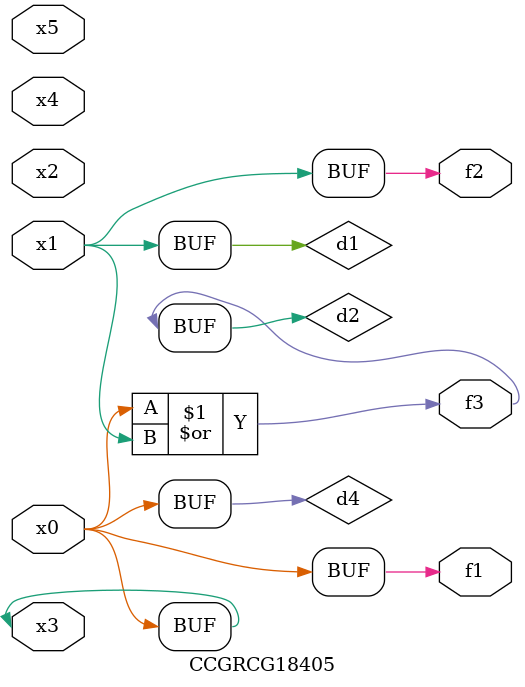
<source format=v>
module CCGRCG18405(
	input x0, x1, x2, x3, x4, x5,
	output f1, f2, f3
);

	wire d1, d2, d3, d4;

	and (d1, x1);
	or (d2, x0, x1);
	nand (d3, x0, x5);
	buf (d4, x0, x3);
	assign f1 = d4;
	assign f2 = d1;
	assign f3 = d2;
endmodule

</source>
